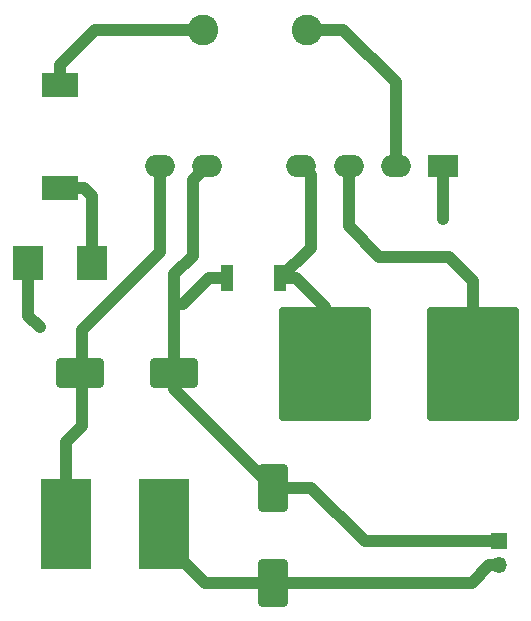
<source format=gtl>
%TF.GenerationSoftware,KiCad,Pcbnew,6.0.9-8da3e8f707~117~ubuntu20.04.1*%
%TF.CreationDate,2022-12-20T10:53:49+01:00*%
%TF.ProjectId,220AC-mini-C3-board,32323041-432d-46d6-996e-692d43332d62,rev?*%
%TF.SameCoordinates,Original*%
%TF.FileFunction,Copper,L1,Top*%
%TF.FilePolarity,Positive*%
%FSLAX46Y46*%
G04 Gerber Fmt 4.6, Leading zero omitted, Abs format (unit mm)*
G04 Created by KiCad (PCBNEW 6.0.9-8da3e8f707~117~ubuntu20.04.1) date 2022-12-20 10:53:49*
%MOMM*%
%LPD*%
G01*
G04 APERTURE LIST*
G04 Aperture macros list*
%AMRoundRect*
0 Rectangle with rounded corners*
0 $1 Rounding radius*
0 $2 $3 $4 $5 $6 $7 $8 $9 X,Y pos of 4 corners*
0 Add a 4 corners polygon primitive as box body*
4,1,4,$2,$3,$4,$5,$6,$7,$8,$9,$2,$3,0*
0 Add four circle primitives for the rounded corners*
1,1,$1+$1,$2,$3*
1,1,$1+$1,$4,$5*
1,1,$1+$1,$6,$7*
1,1,$1+$1,$8,$9*
0 Add four rect primitives between the rounded corners*
20,1,$1+$1,$2,$3,$4,$5,0*
20,1,$1+$1,$4,$5,$6,$7,0*
20,1,$1+$1,$6,$7,$8,$9,0*
20,1,$1+$1,$8,$9,$2,$3,0*%
G04 Aperture macros list end*
%TA.AperFunction,SMDPad,CuDef*%
%ADD10R,2.603500X2.895600*%
%TD*%
%TA.AperFunction,ComponentPad*%
%ADD11C,2.600000*%
%TD*%
%TA.AperFunction,SMDPad,CuDef*%
%ADD12RoundRect,0.249998X3.650002X4.550002X-3.650002X4.550002X-3.650002X-4.550002X3.650002X-4.550002X0*%
%TD*%
%TA.AperFunction,SMDPad,CuDef*%
%ADD13R,1.117600X2.311400*%
%TD*%
%TA.AperFunction,ComponentPad*%
%ADD14O,2.514600X1.905000*%
%TD*%
%TA.AperFunction,ComponentPad*%
%ADD15R,2.514600X1.905000*%
%TD*%
%TA.AperFunction,ComponentPad*%
%ADD16R,1.350000X1.350000*%
%TD*%
%TA.AperFunction,ComponentPad*%
%ADD17O,1.350000X1.350000*%
%TD*%
%TA.AperFunction,SMDPad,CuDef*%
%ADD18R,3.124200X2.057400*%
%TD*%
%TA.AperFunction,SMDPad,CuDef*%
%ADD19RoundRect,0.250000X-1.750000X-1.000000X1.750000X-1.000000X1.750000X1.000000X-1.750000X1.000000X0*%
%TD*%
%TA.AperFunction,SMDPad,CuDef*%
%ADD20RoundRect,0.250000X1.000000X-1.750000X1.000000X1.750000X-1.000000X1.750000X-1.000000X-1.750000X0*%
%TD*%
%TA.AperFunction,SMDPad,CuDef*%
%ADD21R,4.305300X7.594600*%
%TD*%
%TA.AperFunction,ViaPad*%
%ADD22C,1.000000*%
%TD*%
%TA.AperFunction,Conductor*%
%ADD23C,1.000000*%
%TD*%
G04 APERTURE END LIST*
D10*
%TO.P,R1,1*%
%TO.N,Net-(F1-Pad2)*%
X121748750Y-79800000D03*
%TO.P,R1,2*%
%TO.N,Net-(R1-Pad2)*%
X116351250Y-79800000D03*
%TD*%
D11*
%TO.P,J1,1,Pin_1*%
%TO.N,AC*%
X131150000Y-60050000D03*
%TD*%
D12*
%TO.P,C1,1*%
%TO.N,Net-(C1-Pad1)*%
X154007500Y-88350000D03*
%TO.P,C1,2*%
%TO.N,Net-(C1-Pad2)*%
X141507500Y-88350000D03*
%TD*%
D13*
%TO.P,CY1,1*%
%TO.N,GND*%
X133202100Y-81100000D03*
%TO.P,CY1,2*%
%TO.N,Net-(C1-Pad2)*%
X137697900Y-81100000D03*
%TD*%
D14*
%TO.P,U1,6,+VO*%
%TO.N,Net-(C2-Pad1)*%
X127500002Y-71550000D03*
%TO.P,U1,5,-VO*%
%TO.N,GND*%
X131500001Y-71550000D03*
%TO.P,U1,4,-VCAP*%
%TO.N,Net-(C1-Pad2)*%
X139500000Y-71550000D03*
%TO.P,U1,3,+VCAP*%
%TO.N,Net-(C1-Pad1)*%
X143500000Y-71550000D03*
%TO.P,U1,2,ACN*%
%TO.N,/AC (N)*%
X147500000Y-71550000D03*
D15*
%TO.P,U1,1,ACL*%
%TO.N,Net-(R1-Pad2)*%
X151499999Y-71550000D03*
%TD*%
D16*
%TO.P,J3,1,Pin_1*%
%TO.N,GND*%
X156200000Y-103350000D03*
D17*
%TO.P,J3,2,Pin_2*%
%TO.N,+3V3*%
X156200000Y-105350000D03*
%TD*%
D18*
%TO.P,F1,1*%
%TO.N,AC*%
X119050000Y-64731200D03*
%TO.P,F1,2*%
%TO.N,Net-(F1-Pad2)*%
X119050000Y-73468800D03*
%TD*%
D11*
%TO.P,J2,1,Pin_1*%
%TO.N,/AC (N)*%
X139950000Y-60050000D03*
%TD*%
D19*
%TO.P,C2,1*%
%TO.N,Net-(C2-Pad1)*%
X120750000Y-89100000D03*
%TO.P,C2,2*%
%TO.N,GND*%
X128750000Y-89100000D03*
%TD*%
D20*
%TO.P,C3,1*%
%TO.N,+3V3*%
X137100000Y-106850000D03*
%TO.P,C3,2*%
%TO.N,GND*%
X137100000Y-98850000D03*
%TD*%
D21*
%TO.P,L1,1,1*%
%TO.N,Net-(C2-Pad1)*%
X119553450Y-101850000D03*
%TO.P,L1,2,2*%
%TO.N,+3V3*%
X127846550Y-101850000D03*
%TD*%
D22*
%TO.N,Net-(R1-Pad2)*%
X151500000Y-76050000D03*
X117350000Y-85250000D03*
%TD*%
D23*
%TO.N,+3V3*%
X156200000Y-105350000D02*
X155400000Y-105350000D01*
X155400000Y-105350000D02*
X153900000Y-106850000D01*
X153900000Y-106850000D02*
X137100000Y-106850000D01*
%TO.N,GND*%
X140350000Y-98850000D02*
X144850000Y-103350000D01*
X144850000Y-103350000D02*
X156200000Y-103350000D01*
%TO.N,Net-(R1-Pad2)*%
X151500000Y-76050000D02*
X151499999Y-71550000D01*
%TO.N,/AC (N)*%
X139950000Y-60050000D02*
X143050000Y-60050000D01*
X143050000Y-60050000D02*
X147500000Y-64500000D01*
X147500000Y-64500000D02*
X147500000Y-71550000D01*
%TO.N,Net-(C1-Pad1)*%
X146100000Y-79300000D02*
X152000000Y-79300000D01*
X143500000Y-71550000D02*
X143500000Y-76700000D01*
X143500000Y-76700000D02*
X146100000Y-79300000D01*
X154007500Y-81307500D02*
X154007500Y-88350000D01*
X152000000Y-79300000D02*
X154007500Y-81307500D01*
%TO.N,Net-(C1-Pad2)*%
X137697900Y-81100000D02*
X139050000Y-81100000D01*
X139050000Y-81100000D02*
X141507500Y-83557500D01*
X141507500Y-83557500D02*
X141507500Y-88350000D01*
X139500000Y-71550000D02*
X140300000Y-72350000D01*
X140300000Y-72350000D02*
X140300000Y-78497900D01*
X140300000Y-78497900D02*
X137697900Y-81100000D01*
%TO.N,GND*%
X129450000Y-83250000D02*
X131650000Y-81050000D01*
X128750000Y-83250000D02*
X128750000Y-80750000D01*
X128750000Y-89100000D02*
X128750000Y-83250000D01*
X128750000Y-83250000D02*
X129450000Y-83250000D01*
X131650000Y-81050000D02*
X133152100Y-81050000D01*
X133152100Y-81050000D02*
X133202100Y-81100000D01*
X137100000Y-98850000D02*
X128750000Y-90500000D01*
X128750000Y-90500000D02*
X128750000Y-89100000D01*
X128750000Y-80750000D02*
X130300000Y-79200000D01*
X130300000Y-79200000D02*
X130300000Y-72750001D01*
X130300000Y-72750001D02*
X131500001Y-71550000D01*
%TO.N,Net-(C2-Pad1)*%
X127500002Y-71550000D02*
X127500002Y-78849998D01*
X127500002Y-78849998D02*
X120900000Y-85450000D01*
X120900000Y-85450000D02*
X120900000Y-93600000D01*
X120900000Y-93600000D02*
X119553450Y-94946550D01*
X119553450Y-94946550D02*
X119553450Y-101850000D01*
%TO.N,GND*%
X137100000Y-98850000D02*
X140350000Y-98850000D01*
%TO.N,+3V3*%
X127846550Y-101850000D02*
X127846550Y-103396550D01*
X127846550Y-103396550D02*
X131300000Y-106850000D01*
X131300000Y-106850000D02*
X137100000Y-106850000D01*
%TO.N,AC*%
X131150000Y-60050000D02*
X122000000Y-60050000D01*
X122000000Y-60050000D02*
X119050000Y-63000000D01*
X119050000Y-63000000D02*
X119050000Y-64731200D01*
%TO.N,Net-(F1-Pad2)*%
X119050000Y-73468800D02*
X121118800Y-73468800D01*
X121118800Y-73468800D02*
X121748750Y-74098750D01*
X121748750Y-74098750D02*
X121748750Y-79800000D01*
%TO.N,Net-(R1-Pad2)*%
X116351250Y-84251250D02*
X117350000Y-85250000D01*
X116351250Y-79800000D02*
X116351250Y-84251250D01*
%TD*%
M02*

</source>
